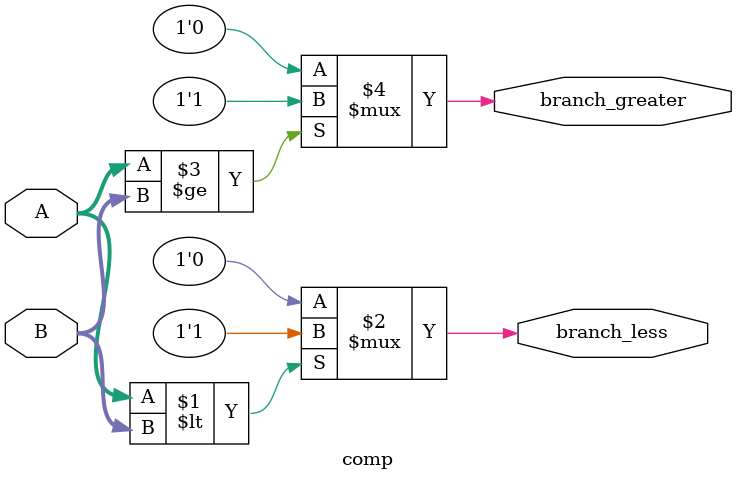
<source format=sv>
module comp (
    input logic [31:0] A,B,
    output logic branch_less,
    output logic branch_greater
);
    
    assign branch_less = (A < B) ? 1'b1 : 1'b0;
    assign branch_greater = (A >= B) ? 1'b1 : 1'b0;
endmodule

</source>
